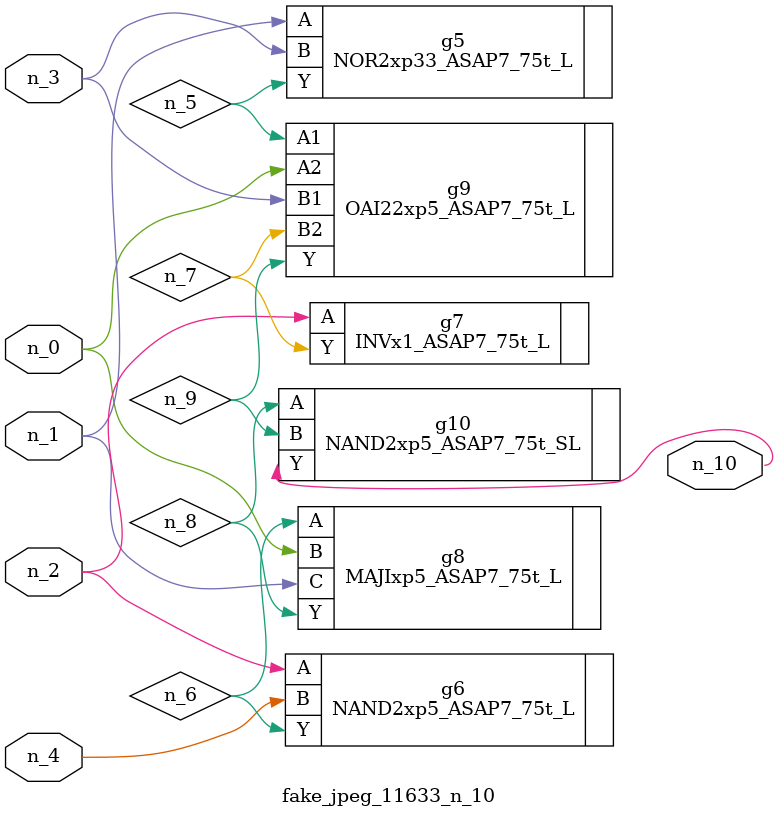
<source format=v>
module fake_jpeg_11633_n_10 (n_3, n_2, n_1, n_0, n_4, n_10);

input n_3;
input n_2;
input n_1;
input n_0;
input n_4;

output n_10;

wire n_8;
wire n_9;
wire n_6;
wire n_5;
wire n_7;

NOR2xp33_ASAP7_75t_L g5 ( 
.A(n_1),
.B(n_3),
.Y(n_5)
);

NAND2xp5_ASAP7_75t_L g6 ( 
.A(n_2),
.B(n_4),
.Y(n_6)
);

INVx1_ASAP7_75t_L g7 ( 
.A(n_2),
.Y(n_7)
);

MAJIxp5_ASAP7_75t_L g8 ( 
.A(n_6),
.B(n_0),
.C(n_1),
.Y(n_8)
);

NAND2xp5_ASAP7_75t_SL g10 ( 
.A(n_8),
.B(n_9),
.Y(n_10)
);

OAI22xp5_ASAP7_75t_L g9 ( 
.A1(n_5),
.A2(n_0),
.B1(n_3),
.B2(n_7),
.Y(n_9)
);


endmodule
</source>
